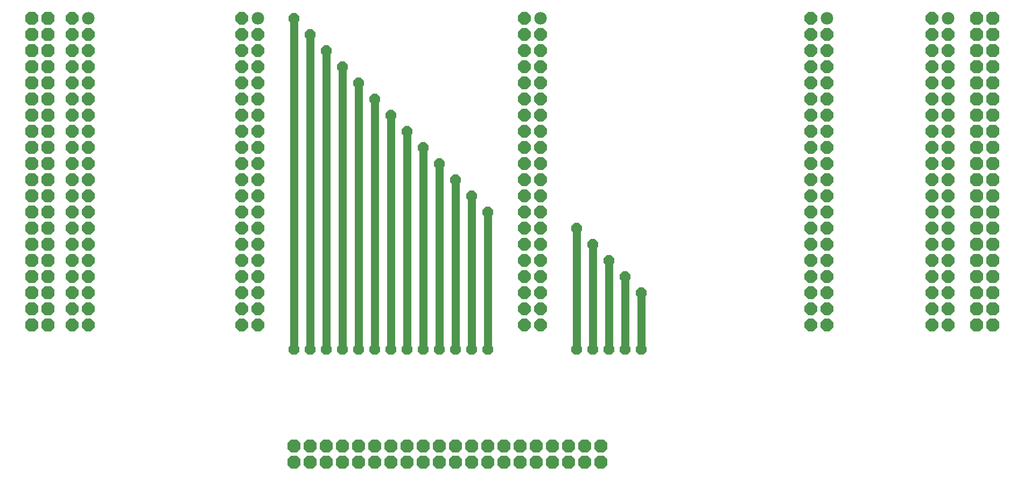
<source format=gbr>
G75*
G70*
%OFA0B0*%
%FSLAX24Y24*%
%IPPOS*%
%LPD*%
%AMOC8*
5,1,8,0,0,1.08239X$1,22.5*
%
%ADD10OC8,0.0820*%
%ADD11C,0.0780*%
%ADD12OC8,0.0780*%
%ADD13C,0.0500*%
%ADD14OC8,0.0660*%
D10*
X003635Y012135D03*
X004635Y012135D03*
X004635Y013135D03*
X003635Y013135D03*
X003635Y014135D03*
X004635Y014135D03*
X004635Y015135D03*
X003635Y015135D03*
X003635Y016135D03*
X004635Y016135D03*
X004635Y017135D03*
X003635Y017135D03*
X003635Y018135D03*
X004635Y018135D03*
X004635Y019135D03*
X003635Y019135D03*
X003635Y020135D03*
X004635Y020135D03*
X004635Y021135D03*
X003635Y021135D03*
X003635Y022135D03*
X004635Y022135D03*
X004635Y023135D03*
X003635Y023135D03*
X003635Y024135D03*
X004635Y024135D03*
X004635Y025135D03*
X003635Y025135D03*
X003635Y026135D03*
X004635Y026135D03*
X004635Y027135D03*
X003635Y027135D03*
X003635Y028135D03*
X004635Y028135D03*
X004635Y029135D03*
X003635Y029135D03*
X003635Y030135D03*
X004635Y030135D03*
X004635Y031135D03*
X003635Y031135D03*
X019885Y004635D03*
X020885Y004635D03*
X021885Y004635D03*
X022885Y004635D03*
X023885Y004635D03*
X024885Y004635D03*
X025885Y004635D03*
X026885Y004635D03*
X027885Y004635D03*
X028885Y004635D03*
X029885Y004635D03*
X030885Y004635D03*
X031885Y004635D03*
X032885Y004635D03*
X033885Y004635D03*
X034885Y004635D03*
X035885Y004635D03*
X036885Y004635D03*
X037885Y004635D03*
X038885Y004635D03*
X038885Y003635D03*
X037885Y003635D03*
X036885Y003635D03*
X035885Y003635D03*
X034885Y003635D03*
X033885Y003635D03*
X032885Y003635D03*
X031885Y003635D03*
X030885Y003635D03*
X029885Y003635D03*
X028885Y003635D03*
X027885Y003635D03*
X026885Y003635D03*
X025885Y003635D03*
X024885Y003635D03*
X023885Y003635D03*
X022885Y003635D03*
X021885Y003635D03*
X020885Y003635D03*
X019885Y003635D03*
X062135Y012135D03*
X063135Y012135D03*
X063135Y013135D03*
X062135Y013135D03*
X062135Y014135D03*
X063135Y014135D03*
X063135Y015135D03*
X062135Y015135D03*
X062135Y016135D03*
X063135Y016135D03*
X063135Y017135D03*
X062135Y017135D03*
X062135Y018135D03*
X063135Y018135D03*
X063135Y019135D03*
X062135Y019135D03*
X062135Y020135D03*
X063135Y020135D03*
X063135Y021135D03*
X062135Y021135D03*
X062135Y022135D03*
X063135Y022135D03*
X063135Y023135D03*
X062135Y023135D03*
X062135Y024135D03*
X063135Y024135D03*
X063135Y025135D03*
X062135Y025135D03*
X062135Y026135D03*
X063135Y026135D03*
X063135Y027135D03*
X062135Y027135D03*
X062135Y028135D03*
X063135Y028135D03*
X063135Y029135D03*
X062135Y029135D03*
X062135Y030135D03*
X063135Y030135D03*
X063135Y031135D03*
X062135Y031135D03*
D11*
X060385Y031135D03*
X052885Y031135D03*
X035135Y031135D03*
X017635Y031135D03*
X007135Y031135D03*
D12*
X006135Y031135D03*
X006135Y030135D03*
X007135Y030135D03*
X007135Y029135D03*
X006135Y029135D03*
X006135Y028135D03*
X007135Y028135D03*
X007135Y027135D03*
X006135Y027135D03*
X006135Y026135D03*
X007135Y026135D03*
X007135Y025135D03*
X006135Y025135D03*
X006135Y024135D03*
X007135Y024135D03*
X007135Y023135D03*
X006135Y023135D03*
X006135Y022135D03*
X007135Y022135D03*
X007135Y021135D03*
X006135Y021135D03*
X006135Y020135D03*
X007135Y020135D03*
X007135Y019135D03*
X006135Y019135D03*
X006135Y018135D03*
X007135Y018135D03*
X007135Y017135D03*
X006135Y017135D03*
X006135Y016135D03*
X007135Y016135D03*
X007135Y015135D03*
X006135Y015135D03*
X006135Y014135D03*
X007135Y014135D03*
X007135Y013135D03*
X006135Y013135D03*
X006135Y012135D03*
X007135Y012135D03*
X016635Y012135D03*
X016635Y013135D03*
X017635Y013135D03*
X017635Y012135D03*
X017635Y014135D03*
X017635Y015135D03*
X017635Y016135D03*
X016635Y016135D03*
X016635Y015135D03*
X016635Y014135D03*
X016635Y017135D03*
X016635Y018135D03*
X017635Y018135D03*
X017635Y017135D03*
X017635Y019135D03*
X017635Y020135D03*
X016635Y020135D03*
X016635Y019135D03*
X016635Y021135D03*
X016635Y022135D03*
X016635Y023135D03*
X017635Y023135D03*
X017635Y022135D03*
X017635Y021135D03*
X017635Y024135D03*
X017635Y025135D03*
X016635Y025135D03*
X016635Y024135D03*
X016635Y026135D03*
X016635Y027135D03*
X016635Y028135D03*
X017635Y028135D03*
X017635Y027135D03*
X017635Y026135D03*
X017635Y029135D03*
X017635Y030135D03*
X016635Y030135D03*
X016635Y029135D03*
X016635Y031135D03*
X034135Y031135D03*
X034135Y030135D03*
X035135Y030135D03*
X035135Y029135D03*
X034135Y029135D03*
X034135Y028135D03*
X035135Y028135D03*
X035135Y027135D03*
X035135Y026135D03*
X034135Y026135D03*
X034135Y027135D03*
X034135Y025135D03*
X035135Y025135D03*
X035135Y024135D03*
X034135Y024135D03*
X034135Y023135D03*
X035135Y023135D03*
X035135Y022135D03*
X035135Y021135D03*
X034135Y021135D03*
X034135Y022135D03*
X034135Y020135D03*
X035135Y020135D03*
X035135Y019135D03*
X034135Y019135D03*
X034135Y018135D03*
X035135Y018135D03*
X035135Y017135D03*
X034135Y017135D03*
X034135Y016135D03*
X035135Y016135D03*
X035135Y015135D03*
X035135Y014135D03*
X034135Y014135D03*
X034135Y015135D03*
X034135Y013135D03*
X035135Y013135D03*
X035135Y012135D03*
X034135Y012135D03*
X051885Y012135D03*
X052885Y012135D03*
X052885Y013135D03*
X051885Y013135D03*
X051885Y014135D03*
X052885Y014135D03*
X052885Y015135D03*
X051885Y015135D03*
X051885Y016135D03*
X052885Y016135D03*
X052885Y017135D03*
X051885Y017135D03*
X051885Y018135D03*
X052885Y018135D03*
X052885Y019135D03*
X051885Y019135D03*
X051885Y020135D03*
X052885Y020135D03*
X052885Y021135D03*
X051885Y021135D03*
X051885Y022135D03*
X052885Y022135D03*
X052885Y023135D03*
X051885Y023135D03*
X051885Y024135D03*
X052885Y024135D03*
X052885Y025135D03*
X051885Y025135D03*
X051885Y026135D03*
X052885Y026135D03*
X052885Y027135D03*
X051885Y027135D03*
X051885Y028135D03*
X052885Y028135D03*
X052885Y029135D03*
X051885Y029135D03*
X051885Y030135D03*
X052885Y030135D03*
X051885Y031135D03*
X059385Y031135D03*
X059385Y030135D03*
X060385Y030135D03*
X060385Y029135D03*
X059385Y029135D03*
X059385Y028135D03*
X060385Y028135D03*
X060385Y027135D03*
X059385Y027135D03*
X059385Y026135D03*
X060385Y026135D03*
X060385Y025135D03*
X059385Y025135D03*
X059385Y024135D03*
X060385Y024135D03*
X060385Y023135D03*
X059385Y023135D03*
X059385Y022135D03*
X060385Y022135D03*
X060385Y021135D03*
X059385Y021135D03*
X059385Y020135D03*
X060385Y020135D03*
X060385Y019135D03*
X059385Y019135D03*
X059385Y018135D03*
X060385Y018135D03*
X060385Y017135D03*
X059385Y017135D03*
X059385Y016135D03*
X060385Y016135D03*
X060385Y015135D03*
X059385Y015135D03*
X059385Y014135D03*
X060385Y014135D03*
X060385Y013135D03*
X059385Y013135D03*
X059385Y012135D03*
X060385Y012135D03*
D13*
X041385Y010635D02*
X041385Y014135D01*
X040385Y015135D02*
X040385Y010635D01*
X039385Y010635D02*
X039385Y016135D01*
X038385Y017135D02*
X038385Y010635D01*
X037385Y010635D02*
X037385Y018135D01*
X031885Y019135D02*
X031885Y010635D01*
X030885Y010635D02*
X030885Y020135D01*
X029885Y021135D02*
X029885Y010635D01*
X028885Y010635D02*
X028885Y022135D01*
X027885Y023135D02*
X027885Y010635D01*
X026885Y010635D02*
X026885Y024135D01*
X025885Y025135D02*
X025885Y010635D01*
X024885Y010635D02*
X024885Y026135D01*
X023885Y027135D02*
X023885Y010635D01*
X022885Y010635D02*
X022885Y028135D01*
X021885Y029135D02*
X021885Y010635D01*
X020885Y010635D02*
X020885Y030135D01*
X019885Y031135D02*
X019885Y010635D01*
D14*
X019885Y010635D03*
X020885Y010635D03*
X021885Y010635D03*
X022885Y010635D03*
X023885Y010635D03*
X024885Y010635D03*
X025885Y010635D03*
X026885Y010635D03*
X027885Y010635D03*
X028885Y010635D03*
X029885Y010635D03*
X030885Y010635D03*
X031885Y010635D03*
X037385Y010635D03*
X038385Y010635D03*
X039385Y010635D03*
X040385Y010635D03*
X041385Y010635D03*
X041385Y014135D03*
X040385Y015135D03*
X039385Y016135D03*
X038385Y017135D03*
X037385Y018135D03*
X031885Y019135D03*
X030885Y020135D03*
X029885Y021135D03*
X028885Y022135D03*
X027885Y023135D03*
X026885Y024135D03*
X025885Y025135D03*
X024885Y026135D03*
X023885Y027135D03*
X022885Y028135D03*
X021885Y029135D03*
X020885Y030135D03*
X019885Y031135D03*
M02*

</source>
